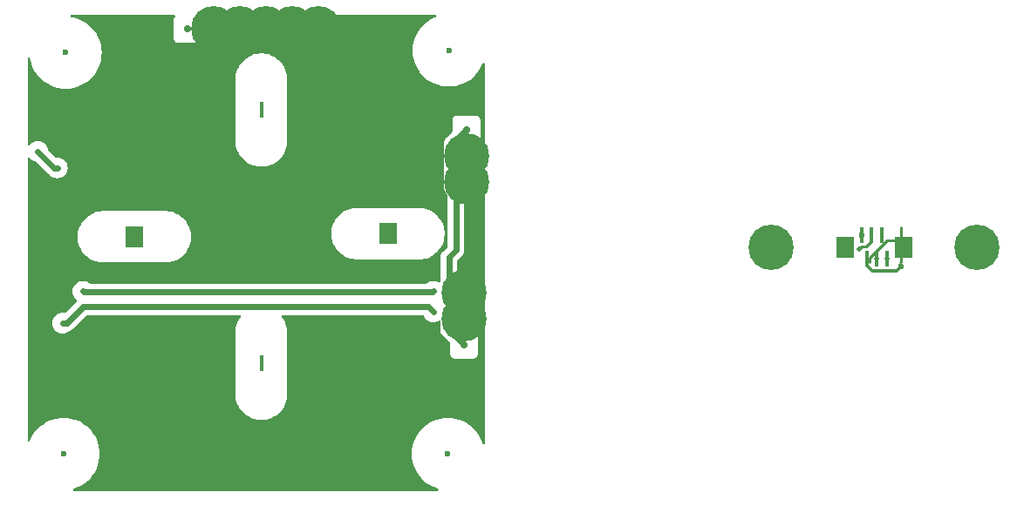
<source format=gbr>
<<<<<<< HEAD
%TF.GenerationSoftware,KiCad,Pcbnew,8.0.1*%
<<<<<<< HEAD
%TF.CreationDate,2024-03-31T21:51:29+08:00*%
=======
%TF.CreationDate,2024-05-01T16:23:50+08:00*%
>>>>>>> 3f97a153d958220e151b39468fc548032aad0f0d
=======
%TF.GenerationSoftware,KiCad,Pcbnew,8.0.2*%
%TF.CreationDate,2024-06-01T19:30:19+08:00*%
>>>>>>> eaa2527d7fae1c756caf7d441742e50d50757b73
%TF.ProjectId,encoder,656e636f-6465-4722-9e6b-696361645f70,rev?*%
%TF.SameCoordinates,Original*%
%TF.FileFunction,Copper,L2,Bot*%
%TF.FilePolarity,Positive*%
%FSLAX46Y46*%
G04 Gerber Fmt 4.6, Leading zero omitted, Abs format (unit mm)*
<<<<<<< HEAD
<<<<<<< HEAD
G04 Created by KiCad (PCBNEW 8.0.1) date 2024-03-31 21:51:29*
=======
G04 Created by KiCad (PCBNEW 8.0.1) date 2024-05-01 16:23:50*
>>>>>>> 3f97a153d958220e151b39468fc548032aad0f0d
=======
G04 Created by KiCad (PCBNEW 8.0.2) date 2024-06-01 19:30:19*
>>>>>>> eaa2527d7fae1c756caf7d441742e50d50757b73
%MOMM*%
%LPD*%
G01*
G04 APERTURE LIST*
%TA.AperFunction,ComponentPad*%
<<<<<<< HEAD
%ADD10R,1.700000X1.700000*%
%TD*%
%TA.AperFunction,ComponentPad*%
%ADD11O,1.700000X1.700000*%
%TD*%
%TA.AperFunction,ComponentPad*%
%ADD12O,4.000000X10.000000*%
%TD*%
%TA.AperFunction,ComponentPad*%
%ADD13O,10.000000X4.000000*%
%TD*%
%TA.AperFunction,ComponentPad*%
%ADD14C,3.400000*%
%TD*%
%TA.AperFunction,ConnectorPad*%
%ADD15C,6.000000*%
%TD*%
%TA.AperFunction,ViaPad*%
%ADD16C,0.500000*%
%TD*%
%TA.AperFunction,ViaPad*%
%ADD17C,1.000000*%
%TD*%
%TA.AperFunction,Conductor*%
%ADD18C,0.600000*%
%TD*%
G04 APERTURE END LIST*
D10*
%TO.P,J2,1,Pin_1*%
%TO.N,/W*%
X160700000Y-63260000D03*
D11*
%TO.P,J2,2,Pin_2*%
%TO.N,/V*%
X160700000Y-65800000D03*
%TO.P,J2,3,Pin_3*%
%TO.N,/U*%
X160700000Y-68340000D03*
%TD*%
D10*
%TO.P,J3,1,Pin_1*%
%TO.N,/MOSI*%
X133650000Y-53500000D03*
D11*
%TO.P,J3,2,Pin_2*%
%TO.N,/MISO*%
X136190000Y-53500000D03*
%TO.P,J3,3,Pin_3*%
%TO.N,/CLK*%
X138730000Y-53500000D03*
%TO.P,J3,4,Pin_4*%
%TO.N,/CS*%
X141270000Y-53500000D03*
%TO.P,J3,5,Pin_5*%
%TO.N,+3V3*%
X143810000Y-53500000D03*
%TO.P,J3,6,Pin_6*%
%TO.N,GND*%
X146350000Y-53500000D03*
%TD*%
D12*
%TO.P,H2,1*%
%TO.N,N/C*%
X140800000Y-86000000D03*
%TD*%
D13*
%TO.P,H4,1*%
%TO.N,N/C*%
X153100000Y-73400000D03*
%TD*%
D14*
%TO.P,H8,1*%
%TO.N,N/C*%
X159000000Y-55600000D03*
D15*
X159000000Y-55600000D03*
%TD*%
D12*
%TO.P,H3,1*%
%TO.N,N/C*%
X140800000Y-61375000D03*
%TD*%
D13*
%TO.P,H1,1*%
%TO.N,N/C*%
X128475000Y-73700000D03*
%TD*%
D14*
%TO.P,H5,1*%
%TO.N,N/C*%
X121800000Y-55800000D03*
D15*
X121800000Y-55800000D03*
%TD*%
D14*
%TO.P,H7,1*%
%TO.N,N/C*%
X158900000Y-94800000D03*
D15*
X158900000Y-94800000D03*
%TD*%
D10*
%TO.P,J1,1,Pin_1*%
%TO.N,/W*%
X160475000Y-84225000D03*
D11*
%TO.P,J1,2,Pin_2*%
%TO.N,/V*%
X160475000Y-81685000D03*
%TO.P,J1,3,Pin_3*%
%TO.N,/U*%
X160475000Y-79145000D03*
%TD*%
D14*
%TO.P,H6,1*%
%TO.N,N/C*%
X121600000Y-94800000D03*
D15*
X121600000Y-94800000D03*
%TD*%
D16*
%TO.N,GND*%
X136000000Y-74000000D03*
D17*
X145500000Y-70500000D03*
%TO.N,/V*%
X157500000Y-81000000D03*
X121515000Y-82090000D03*
%TO.N,/U*%
X121000000Y-67000000D03*
X123480000Y-79000000D03*
X119088390Y-65391655D03*
X157500000Y-79000000D03*
%TD*%
D18*
%TO.N,/W*%
X159000000Y-82750000D02*
X159000000Y-75700000D01*
X159700000Y-75000000D02*
X159700000Y-69249189D01*
X160475000Y-84225000D02*
X159000000Y-82750000D01*
X159300000Y-68849189D02*
X159300000Y-64660000D01*
X159700000Y-69249189D02*
X159300000Y-68849189D01*
X159300000Y-64660000D02*
X160700000Y-63260000D01*
X159000000Y-75700000D02*
X159700000Y-75000000D01*
%TO.N,/V*%
X121910000Y-82090000D02*
X121515000Y-82090000D01*
X157500000Y-81000000D02*
X157000000Y-80500000D01*
X157000000Y-80500000D02*
X123500000Y-80500000D01*
X123500000Y-80500000D02*
X121910000Y-82090000D01*
%TO.N,/U*%
X157442893Y-79057107D02*
X157500000Y-79000000D01*
X123480000Y-79000000D02*
X123537107Y-79057107D01*
X120696735Y-67000000D02*
X119088390Y-65391655D01*
X123537107Y-79057107D02*
X157442893Y-79057107D01*
X121000000Y-67000000D02*
X120696735Y-67000000D01*
%TD*%
%TA.AperFunction,Conductor*%
%TO.N,GND*%
G36*
X132405842Y-52119685D02*
G01*
X132451597Y-52172489D01*
X132461541Y-52241647D01*
X132438069Y-52298311D01*
X132356206Y-52407664D01*
X132356202Y-52407671D01*
X132305908Y-52542517D01*
X132299501Y-52602116D01*
X132299500Y-52602135D01*
X132299500Y-54397870D01*
X132299501Y-54397876D01*
X132305908Y-54457483D01*
X132356202Y-54592328D01*
X132356206Y-54592335D01*
X132442452Y-54707544D01*
X132442455Y-54707547D01*
X132557664Y-54793793D01*
X132557671Y-54793797D01*
X132692517Y-54844091D01*
X132692516Y-54844091D01*
X132699444Y-54844835D01*
X132752127Y-54850500D01*
X134547872Y-54850499D01*
X134607483Y-54844091D01*
X134742331Y-54793796D01*
X134857546Y-54707546D01*
X134943796Y-54592331D01*
X134992810Y-54460916D01*
X135034681Y-54404984D01*
X135100145Y-54380566D01*
X135168418Y-54395417D01*
X135196673Y-54416569D01*
X135318599Y-54538495D01*
X135412157Y-54604005D01*
X135512165Y-54674032D01*
X135512167Y-54674033D01*
X135512170Y-54674035D01*
X135726337Y-54773903D01*
X135954592Y-54835063D01*
X136131034Y-54850500D01*
X136189999Y-54855659D01*
X136190000Y-54855659D01*
X136190001Y-54855659D01*
X136248966Y-54850500D01*
X136425408Y-54835063D01*
X136653663Y-54773903D01*
X136867830Y-54674035D01*
X137061401Y-54538495D01*
X137228495Y-54371401D01*
X137358425Y-54185842D01*
X137413002Y-54142217D01*
X137482500Y-54135023D01*
X137544855Y-54166546D01*
X137561575Y-54185842D01*
X137691281Y-54371082D01*
X137691505Y-54371401D01*
X137858599Y-54538495D01*
X137952157Y-54604005D01*
X138052165Y-54674032D01*
X138052167Y-54674033D01*
X138052170Y-54674035D01*
X138266337Y-54773903D01*
X138494592Y-54835063D01*
X138671034Y-54850500D01*
X138729999Y-54855659D01*
X138730000Y-54855659D01*
X138730001Y-54855659D01*
X138788966Y-54850500D01*
X138965408Y-54835063D01*
X139193663Y-54773903D01*
X139407830Y-54674035D01*
X139601401Y-54538495D01*
X139768495Y-54371401D01*
X139898425Y-54185842D01*
X139953002Y-54142217D01*
X140022500Y-54135023D01*
X140084855Y-54166546D01*
X140101575Y-54185842D01*
X140231281Y-54371082D01*
X140231505Y-54371401D01*
X140398599Y-54538495D01*
X140492157Y-54604005D01*
X140592165Y-54674032D01*
X140592167Y-54674033D01*
X140592170Y-54674035D01*
X140806337Y-54773903D01*
X141034592Y-54835063D01*
X141211034Y-54850500D01*
X141269999Y-54855659D01*
X141270000Y-54855659D01*
X141270001Y-54855659D01*
X141328966Y-54850500D01*
X141505408Y-54835063D01*
X141733663Y-54773903D01*
X141947830Y-54674035D01*
X142141401Y-54538495D01*
X142308495Y-54371401D01*
X142438425Y-54185842D01*
X142493002Y-54142217D01*
X142562500Y-54135023D01*
X142624855Y-54166546D01*
X142641575Y-54185842D01*
X142771281Y-54371082D01*
X142771505Y-54371401D01*
X142938599Y-54538495D01*
X143032157Y-54604005D01*
X143132165Y-54674032D01*
X143132167Y-54674033D01*
X143132170Y-54674035D01*
X143346337Y-54773903D01*
X143574592Y-54835063D01*
X143751034Y-54850500D01*
X143809999Y-54855659D01*
X143810000Y-54855659D01*
X143810001Y-54855659D01*
X143868966Y-54850500D01*
X144045408Y-54835063D01*
X144273663Y-54773903D01*
X144487830Y-54674035D01*
X144681401Y-54538495D01*
X144848495Y-54371401D01*
X144978730Y-54185405D01*
X145033307Y-54141781D01*
X145102805Y-54134587D01*
X145165160Y-54166110D01*
X145181879Y-54185405D01*
X145311890Y-54371078D01*
X145478917Y-54538105D01*
X145672421Y-54673600D01*
X145886507Y-54773429D01*
X145886516Y-54773433D01*
X146100000Y-54830634D01*
X146100000Y-53933012D01*
X146157007Y-53965925D01*
X146284174Y-54000000D01*
X146415826Y-54000000D01*
X146542993Y-53965925D01*
X146600000Y-53933012D01*
X146600000Y-54830633D01*
X146813483Y-54773433D01*
X146813492Y-54773429D01*
X147027578Y-54673600D01*
X147221082Y-54538105D01*
X147388105Y-54371082D01*
X147523600Y-54177578D01*
X147623429Y-53963492D01*
X147623432Y-53963486D01*
X147680636Y-53750000D01*
X146783012Y-53750000D01*
X146815925Y-53692993D01*
X146850000Y-53565826D01*
X146850000Y-53434174D01*
X146815925Y-53307007D01*
X146783012Y-53250000D01*
X147680636Y-53250000D01*
X147680635Y-53249999D01*
X147623432Y-53036513D01*
X147623429Y-53036507D01*
X147523600Y-52822422D01*
X147523599Y-52822420D01*
X147388113Y-52628926D01*
X147388108Y-52628920D01*
X147221082Y-52461894D01*
X147026400Y-52325575D01*
X146982775Y-52270997D01*
X146975583Y-52201499D01*
X147007105Y-52139144D01*
X147067335Y-52103731D01*
X147097524Y-52100000D01*
X157680873Y-52100000D01*
X157747912Y-52119685D01*
X157793667Y-52172489D01*
X157803611Y-52241647D01*
X157774586Y-52305203D01*
X157725311Y-52339763D01*
X157707833Y-52346473D01*
X157574260Y-52397746D01*
X157247343Y-52564320D01*
X156939635Y-52764147D01*
X156654498Y-52995047D01*
X156654490Y-52995054D01*
X156395054Y-53254490D01*
X156395047Y-53254498D01*
X156164147Y-53539635D01*
X155964320Y-53847343D01*
X155797746Y-54174260D01*
X155666260Y-54516793D01*
X155571294Y-54871209D01*
X155571294Y-54871211D01*
X155513898Y-55233594D01*
X155494696Y-55599999D01*
X155494696Y-55600000D01*
X155513898Y-55966405D01*
X155570604Y-56324433D01*
X155571295Y-56328794D01*
X155624883Y-56528788D01*
X155666260Y-56683206D01*
X155797746Y-57025739D01*
X155964320Y-57352656D01*
X156164147Y-57660364D01*
X156181410Y-57681682D01*
X156395051Y-57945506D01*
X156654494Y-58204949D01*
X156691079Y-58234575D01*
X156939635Y-58435852D01*
X157247343Y-58635679D01*
X157247348Y-58635682D01*
X157574264Y-58802255D01*
X157916801Y-58933742D01*
X158271206Y-59028705D01*
X158633596Y-59086102D01*
X158979734Y-59104241D01*
X158999999Y-59105304D01*
X159000000Y-59105304D01*
X159000001Y-59105304D01*
X159019203Y-59104297D01*
X159366404Y-59086102D01*
X159728794Y-59028705D01*
X160083199Y-58933742D01*
X160425736Y-58802255D01*
X160752652Y-58635682D01*
X161060366Y-58435851D01*
X161345506Y-58204949D01*
X161604949Y-57945506D01*
X161835851Y-57660366D01*
X162035682Y-57352652D01*
X162202255Y-57025736D01*
X162260236Y-56874688D01*
X162302638Y-56819157D01*
X162368332Y-56795364D01*
X162436460Y-56810865D01*
X162485393Y-56860739D01*
X162500000Y-56919127D01*
X162500000Y-93768616D01*
X162480315Y-93835655D01*
X162427511Y-93881410D01*
X162358353Y-93891354D01*
X162294797Y-93862329D01*
X162257023Y-93803551D01*
X162256225Y-93800710D01*
X162233742Y-93716801D01*
X162102255Y-93374264D01*
X161935682Y-93047348D01*
X161735851Y-92739634D01*
X161504949Y-92454494D01*
X161245506Y-92195051D01*
X160960366Y-91964149D01*
X160960364Y-91964147D01*
X160652656Y-91764320D01*
X160325739Y-91597746D01*
X159983206Y-91466260D01*
X159983199Y-91466258D01*
X159628794Y-91371295D01*
X159628790Y-91371294D01*
X159628789Y-91371294D01*
X159266405Y-91313898D01*
X158900001Y-91294696D01*
X158899999Y-91294696D01*
X158533594Y-91313898D01*
X158171211Y-91371294D01*
X158171209Y-91371294D01*
X157816793Y-91466260D01*
X157474260Y-91597746D01*
X157147343Y-91764320D01*
X156839635Y-91964147D01*
X156554498Y-92195047D01*
X156554490Y-92195054D01*
X156295054Y-92454490D01*
X156295047Y-92454498D01*
X156064147Y-92739635D01*
X155864320Y-93047343D01*
X155697746Y-93374260D01*
X155566260Y-93716793D01*
X155471294Y-94071209D01*
X155471294Y-94071211D01*
X155413898Y-94433594D01*
X155394696Y-94799999D01*
X155394696Y-94800000D01*
X155413898Y-95166405D01*
X155471294Y-95528788D01*
X155471294Y-95528790D01*
X155566260Y-95883206D01*
X155697746Y-96225739D01*
X155864320Y-96552656D01*
X156064147Y-96860364D01*
X156064149Y-96860366D01*
X156295051Y-97145506D01*
X156554494Y-97404949D01*
X156554498Y-97404952D01*
X156839635Y-97635852D01*
X157147343Y-97835679D01*
X157147348Y-97835682D01*
X157474264Y-98002255D01*
X157816801Y-98133742D01*
X157900713Y-98156226D01*
X157960371Y-98192590D01*
X157990900Y-98255437D01*
X157982605Y-98324813D01*
X157938120Y-98378691D01*
X157871568Y-98399965D01*
X157868617Y-98400000D01*
X122631383Y-98400000D01*
X122564344Y-98380315D01*
X122518589Y-98327511D01*
X122508645Y-98258353D01*
X122537670Y-98194797D01*
X122596448Y-98157023D01*
X122599232Y-98156240D01*
X122683199Y-98133742D01*
X123025736Y-98002255D01*
X123352652Y-97835682D01*
X123660366Y-97635851D01*
X123945506Y-97404949D01*
X124204949Y-97145506D01*
X124435851Y-96860366D01*
X124635682Y-96552652D01*
X124802255Y-96225736D01*
X124933742Y-95883199D01*
X125028705Y-95528794D01*
X125086102Y-95166404D01*
X125105304Y-94800000D01*
X125086102Y-94433596D01*
X125028705Y-94071206D01*
X124933742Y-93716801D01*
X124802255Y-93374264D01*
X124635682Y-93047348D01*
X124435851Y-92739634D01*
X124204949Y-92454494D01*
X123945506Y-92195051D01*
X123660366Y-91964149D01*
X123660364Y-91964147D01*
X123352656Y-91764320D01*
X123025739Y-91597746D01*
X122683206Y-91466260D01*
X122683199Y-91466258D01*
X122328794Y-91371295D01*
X122328790Y-91371294D01*
X122328789Y-91371294D01*
X121966405Y-91313898D01*
X121600001Y-91294696D01*
X121599999Y-91294696D01*
X121233594Y-91313898D01*
X120871211Y-91371294D01*
X120871209Y-91371294D01*
X120516793Y-91466260D01*
X120174260Y-91597746D01*
X119847343Y-91764320D01*
X119539635Y-91964147D01*
X119254498Y-92195047D01*
X119254490Y-92195054D01*
X118995054Y-92454490D01*
X118995047Y-92454498D01*
X118764147Y-92739635D01*
X118564320Y-93047343D01*
X118397746Y-93374260D01*
X118339764Y-93525310D01*
X118297362Y-93580842D01*
X118231668Y-93604635D01*
X118163540Y-93589133D01*
X118114607Y-93539260D01*
X118100000Y-93480872D01*
X118100000Y-82090000D01*
X120509659Y-82090000D01*
X120528975Y-82286129D01*
X120586188Y-82474733D01*
X120679086Y-82648532D01*
X120679090Y-82648539D01*
X120804116Y-82800883D01*
X120956460Y-82925909D01*
X120956467Y-82925913D01*
X121130266Y-83018811D01*
X121130269Y-83018811D01*
X121130273Y-83018814D01*
X121318868Y-83076024D01*
X121515000Y-83095341D01*
X121711132Y-83076024D01*
X121899727Y-83018814D01*
X122073538Y-82925910D01*
X122150830Y-82862476D01*
X122182031Y-82843775D01*
X122289179Y-82799394D01*
X122420289Y-82711789D01*
X123795259Y-81336819D01*
X123856582Y-81303334D01*
X123882940Y-81300500D01*
X138699558Y-81300500D01*
X138766597Y-81320185D01*
X138812352Y-81372989D01*
X138822296Y-81442147D01*
X138796505Y-81501813D01*
X138757476Y-81550753D01*
X138608053Y-81788557D01*
X138486200Y-82041588D01*
X138393443Y-82306670D01*
X138393439Y-82306682D01*
X138330945Y-82580487D01*
X138330942Y-82580505D01*
X138299500Y-82859568D01*
X138299500Y-89140431D01*
X138330942Y-89419494D01*
X138330945Y-89419512D01*
X138393439Y-89693317D01*
X138393443Y-89693329D01*
X138486200Y-89958411D01*
X138608053Y-90211442D01*
X138608055Y-90211445D01*
X138757477Y-90449248D01*
X138932584Y-90668825D01*
X139131175Y-90867416D01*
X139350752Y-91042523D01*
X139588555Y-91191945D01*
X139841592Y-91313801D01*
X140040680Y-91383465D01*
X140106670Y-91406556D01*
X140106682Y-91406560D01*
X140380491Y-91469055D01*
X140380497Y-91469055D01*
X140380505Y-91469057D01*
X140566547Y-91490018D01*
X140659569Y-91500499D01*
X140659572Y-91500500D01*
X140659575Y-91500500D01*
X140940428Y-91500500D01*
X140940429Y-91500499D01*
X141083055Y-91484429D01*
X141219494Y-91469057D01*
X141219499Y-91469056D01*
X141219509Y-91469055D01*
X141493318Y-91406560D01*
X141758408Y-91313801D01*
X142011445Y-91191945D01*
X142249248Y-91042523D01*
X142468825Y-90867416D01*
X142667416Y-90668825D01*
X142842523Y-90449248D01*
X142991945Y-90211445D01*
X143113801Y-89958408D01*
X143206560Y-89693318D01*
X143269055Y-89419509D01*
X143300500Y-89140425D01*
X143300500Y-82859575D01*
X143276722Y-82648538D01*
X143269057Y-82580505D01*
X143269054Y-82580487D01*
X143206560Y-82306682D01*
X143206556Y-82306670D01*
X143151267Y-82148664D01*
X143113801Y-82041592D01*
X142991945Y-81788555D01*
X142842523Y-81550752D01*
X142803494Y-81501811D01*
X142777087Y-81437127D01*
X142789842Y-81368431D01*
X142837713Y-81317537D01*
X142900442Y-81300500D01*
X156453672Y-81300500D01*
X156520711Y-81320185D01*
X156566466Y-81372989D01*
X156568787Y-81379131D01*
X156568856Y-81379103D01*
X156571185Y-81384726D01*
X156664086Y-81558532D01*
X156664090Y-81558539D01*
X156789116Y-81710883D01*
X156941460Y-81835909D01*
X156941467Y-81835913D01*
X157115266Y-81928811D01*
X157115269Y-81928811D01*
X157115273Y-81928814D01*
X157303868Y-81986024D01*
X157500000Y-82005341D01*
X157696132Y-81986024D01*
X157884727Y-81928814D01*
X157950103Y-81893870D01*
X158017047Y-81858088D01*
X158085450Y-81843846D01*
X158150693Y-81868846D01*
X158192064Y-81925151D01*
X158199500Y-81967446D01*
X158199500Y-82828846D01*
X158230261Y-82983489D01*
X158230264Y-82983501D01*
X158290602Y-83129172D01*
X158290609Y-83129185D01*
X158378210Y-83260288D01*
X158378213Y-83260292D01*
X159088181Y-83970259D01*
X159121666Y-84031582D01*
X159124500Y-84057940D01*
X159124500Y-85122870D01*
X159124501Y-85122876D01*
X159130908Y-85182483D01*
X159181202Y-85317328D01*
X159181206Y-85317335D01*
X159267452Y-85432544D01*
X159267455Y-85432547D01*
X159382664Y-85518793D01*
X159382671Y-85518797D01*
X159517517Y-85569091D01*
X159517516Y-85569091D01*
X159524444Y-85569835D01*
X159577127Y-85575500D01*
X161372872Y-85575499D01*
X161432483Y-85569091D01*
X161567331Y-85518796D01*
X161682546Y-85432546D01*
X161768796Y-85317331D01*
X161819091Y-85182483D01*
X161825500Y-85122873D01*
X161825499Y-83327128D01*
X161819091Y-83267517D01*
X161816396Y-83260292D01*
X161768797Y-83132671D01*
X161768793Y-83132664D01*
X161682547Y-83017455D01*
X161682544Y-83017452D01*
X161567335Y-82931206D01*
X161567328Y-82931202D01*
X161435917Y-82882189D01*
X161379983Y-82840318D01*
X161355566Y-82774853D01*
X161370418Y-82706580D01*
X161391563Y-82678332D01*
X161513495Y-82556401D01*
X161649035Y-82362830D01*
X161748903Y-82148663D01*
X161810063Y-81920408D01*
X161830659Y-81685000D01*
X161810063Y-81449592D01*
X161748903Y-81221337D01*
X161649035Y-81007171D01*
X161513495Y-80813599D01*
X161513494Y-80813597D01*
X161346402Y-80646506D01*
X161346396Y-80646501D01*
X161160842Y-80516575D01*
X161117217Y-80461998D01*
X161110023Y-80392500D01*
X161141546Y-80330145D01*
X161160842Y-80313425D01*
X161208899Y-80279775D01*
X161346401Y-80183495D01*
X161513495Y-80016401D01*
X161649035Y-79822830D01*
X161748903Y-79608663D01*
X161810063Y-79380408D01*
X161830659Y-79145000D01*
X161810063Y-78909592D01*
X161748903Y-78681337D01*
X161649035Y-78467171D01*
X161631034Y-78441462D01*
X161513494Y-78273597D01*
X161346402Y-78106506D01*
X161346395Y-78106501D01*
X161152834Y-77970967D01*
X161152830Y-77970965D01*
X161149500Y-77969412D01*
X160938663Y-77871097D01*
X160938659Y-77871096D01*
X160938655Y-77871094D01*
X160710413Y-77809938D01*
X160710403Y-77809936D01*
X160475001Y-77789341D01*
X160474999Y-77789341D01*
X160239596Y-77809936D01*
X160239586Y-77809938D01*
X160011344Y-77871094D01*
X160011330Y-77871099D01*
X159976904Y-77887153D01*
X159907827Y-77897645D01*
X159844043Y-77869125D01*
X159805804Y-77810648D01*
X159800500Y-77774771D01*
X159800500Y-76082940D01*
X159820185Y-76015901D01*
X159836819Y-75995259D01*
X160321788Y-75510290D01*
X160321790Y-75510287D01*
X160409390Y-75379185D01*
X160409390Y-75379184D01*
X160409394Y-75379179D01*
X160469737Y-75233497D01*
X160500500Y-75078842D01*
X160500500Y-69813526D01*
X160520185Y-69746487D01*
X160572989Y-69700732D01*
X160635306Y-69689998D01*
X160700000Y-69695659D01*
X160935408Y-69675063D01*
X161163663Y-69613903D01*
X161377830Y-69514035D01*
X161571401Y-69378495D01*
X161738495Y-69211401D01*
X161874035Y-69017830D01*
X161973903Y-68803663D01*
X162035063Y-68575408D01*
X162055659Y-68340000D01*
X162035063Y-68104592D01*
X161973903Y-67876337D01*
X161874035Y-67662171D01*
X161845760Y-67621789D01*
X161738494Y-67468597D01*
X161571402Y-67301506D01*
X161571396Y-67301501D01*
X161385842Y-67171575D01*
X161342217Y-67116998D01*
X161335023Y-67047500D01*
X161366546Y-66985145D01*
X161385842Y-66968425D01*
X161518552Y-66875500D01*
X161571401Y-66838495D01*
X161738495Y-66671401D01*
X161874035Y-66477830D01*
X161973903Y-66263663D01*
X162035063Y-66035408D01*
X162055659Y-65800000D01*
X162035063Y-65564592D01*
X161973903Y-65336337D01*
X161874035Y-65122171D01*
X161836326Y-65068317D01*
X161738496Y-64928600D01*
X161738495Y-64928599D01*
X161616567Y-64806671D01*
X161583084Y-64745351D01*
X161588068Y-64675659D01*
X161629939Y-64619725D01*
X161660915Y-64602810D01*
X161792331Y-64553796D01*
X161907546Y-64467546D01*
X161993796Y-64352331D01*
X162044091Y-64217483D01*
X162050500Y-64157873D01*
X162050499Y-62362128D01*
X162044091Y-62302517D01*
X161993796Y-62167669D01*
X161993795Y-62167668D01*
X161993793Y-62167664D01*
X161907547Y-62052455D01*
X161907544Y-62052452D01*
X161792335Y-61966206D01*
X161792328Y-61966202D01*
X161657482Y-61915908D01*
X161657483Y-61915908D01*
X161597883Y-61909501D01*
X161597881Y-61909500D01*
X161597873Y-61909500D01*
X161597864Y-61909500D01*
X159802129Y-61909500D01*
X159802123Y-61909501D01*
X159742516Y-61915908D01*
X159607671Y-61966202D01*
X159607664Y-61966206D01*
X159492455Y-62052452D01*
X159492452Y-62052455D01*
X159406206Y-62167664D01*
X159406202Y-62167671D01*
X159355908Y-62302517D01*
X159349501Y-62362116D01*
X159349501Y-62362123D01*
X159349500Y-62362135D01*
X159349500Y-63427059D01*
X159329815Y-63494098D01*
X159313180Y-63514740D01*
X158789711Y-64038211D01*
X158733960Y-64093962D01*
X158678209Y-64149712D01*
X158590609Y-64280814D01*
X158590602Y-64280827D01*
X158530264Y-64426498D01*
X158530261Y-64426510D01*
X158499500Y-64581153D01*
X158499500Y-68928035D01*
X158530261Y-69082678D01*
X158530264Y-69082690D01*
X158590602Y-69228361D01*
X158590609Y-69228374D01*
X158678210Y-69359477D01*
X158678213Y-69359481D01*
X158863181Y-69544448D01*
X158896666Y-69605771D01*
X158899500Y-69632129D01*
X158899500Y-74617060D01*
X158879815Y-74684099D01*
X158863181Y-74704741D01*
X158489711Y-75078211D01*
X158433960Y-75133962D01*
X158378209Y-75189712D01*
X158290609Y-75320814D01*
X158290602Y-75320827D01*
X158230264Y-75466498D01*
X158230261Y-75466510D01*
X158199500Y-75621153D01*
X158199500Y-78032553D01*
X158179815Y-78099592D01*
X158127011Y-78145347D01*
X158057853Y-78155291D01*
X158017047Y-78141912D01*
X157937871Y-78099592D01*
X157884727Y-78071186D01*
X157696132Y-78013976D01*
X157696129Y-78013975D01*
X157500000Y-77994659D01*
X157303870Y-78013975D01*
X157115266Y-78071188D01*
X156941467Y-78164086D01*
X156941460Y-78164090D01*
X156863027Y-78228460D01*
X156798717Y-78255773D01*
X156784362Y-78256607D01*
X124195638Y-78256607D01*
X124128599Y-78236922D01*
X124116973Y-78228460D01*
X124038539Y-78164090D01*
X124038532Y-78164086D01*
X123864733Y-78071188D01*
X123864727Y-78071186D01*
X123676132Y-78013976D01*
X123676129Y-78013975D01*
X123480000Y-77994659D01*
X123283870Y-78013975D01*
X123095266Y-78071188D01*
X122921467Y-78164086D01*
X122921460Y-78164090D01*
X122769116Y-78289116D01*
X122644090Y-78441460D01*
X122644086Y-78441467D01*
X122551188Y-78615266D01*
X122493975Y-78803870D01*
X122474659Y-79000000D01*
X122493975Y-79196129D01*
X122493976Y-79196132D01*
X122549877Y-79380413D01*
X122551188Y-79384733D01*
X122644086Y-79558532D01*
X122644090Y-79558539D01*
X122769116Y-79710883D01*
X122876423Y-79798947D01*
X122915757Y-79856692D01*
X122917628Y-79926537D01*
X122885439Y-79982481D01*
X121800680Y-81067240D01*
X121739357Y-81100725D01*
X121700846Y-81102962D01*
X121515001Y-81084659D01*
X121515000Y-81084659D01*
X121318870Y-81103975D01*
X121130266Y-81161188D01*
X120956467Y-81254086D01*
X120956460Y-81254090D01*
X120804116Y-81379116D01*
X120679090Y-81531460D01*
X120679086Y-81531467D01*
X120586188Y-81705266D01*
X120528975Y-81893870D01*
X120509659Y-82090000D01*
X118100000Y-82090000D01*
X118100000Y-73840431D01*
X122974500Y-73840431D01*
X123005942Y-74119494D01*
X123005945Y-74119512D01*
X123068439Y-74393317D01*
X123068443Y-74393329D01*
X123161200Y-74658411D01*
X123283053Y-74911442D01*
X123283055Y-74911445D01*
X123432477Y-75149248D01*
X123607584Y-75368825D01*
X123806175Y-75567416D01*
X124025752Y-75742523D01*
X124263555Y-75891945D01*
X124516592Y-76013801D01*
X124714180Y-76082940D01*
X124781670Y-76106556D01*
X124781682Y-76106560D01*
X125055491Y-76169055D01*
X125055497Y-76169055D01*
X125055505Y-76169057D01*
X125241547Y-76190018D01*
X125334569Y-76200499D01*
X125334572Y-76200500D01*
X125334575Y-76200500D01*
X131615428Y-76200500D01*
X131615429Y-76200499D01*
X131758055Y-76184429D01*
X131894494Y-76169057D01*
X131894499Y-76169056D01*
X131894509Y-76169055D01*
X132168318Y-76106560D01*
X132433408Y-76013801D01*
X132686445Y-75891945D01*
X132924248Y-75742523D01*
X133143825Y-75567416D01*
X133342416Y-75368825D01*
X133517523Y-75149248D01*
X133666945Y-74911445D01*
X133788801Y-74658408D01*
X133881560Y-74393318D01*
X133944055Y-74119509D01*
X133975500Y-73840425D01*
X133975500Y-73559575D01*
X133973343Y-73540431D01*
X147599500Y-73540431D01*
X147630942Y-73819494D01*
X147630945Y-73819512D01*
X147693439Y-74093317D01*
X147693443Y-74093329D01*
X147786200Y-74358411D01*
X147908053Y-74611442D01*
X147908055Y-74611445D01*
X148057477Y-74849248D01*
X148232584Y-75068825D01*
X148431175Y-75267416D01*
X148650752Y-75442523D01*
X148888555Y-75591945D01*
X148888557Y-75591946D01*
X148972900Y-75632563D01*
X149141592Y-75713801D01*
X149340680Y-75783465D01*
X149406670Y-75806556D01*
X149406682Y-75806560D01*
X149680491Y-75869055D01*
X149680497Y-75869055D01*
X149680505Y-75869057D01*
X149866547Y-75890018D01*
X149959569Y-75900499D01*
X149959572Y-75900500D01*
X149959575Y-75900500D01*
X156240428Y-75900500D01*
X156240429Y-75900499D01*
X156383055Y-75884429D01*
X156519494Y-75869057D01*
X156519499Y-75869056D01*
X156519509Y-75869055D01*
X156793318Y-75806560D01*
X157058408Y-75713801D01*
X157311445Y-75591945D01*
X157549248Y-75442523D01*
X157768825Y-75267416D01*
X157967416Y-75068825D01*
X158142523Y-74849248D01*
X158291945Y-74611445D01*
X158413801Y-74358408D01*
X158506560Y-74093318D01*
X158569055Y-73819509D01*
X158600500Y-73540425D01*
X158600500Y-73259575D01*
X158569055Y-72980491D01*
X158506560Y-72706682D01*
X158413801Y-72441592D01*
X158291945Y-72188555D01*
X158142523Y-71950752D01*
X157967416Y-71731175D01*
X157768825Y-71532584D01*
X157549248Y-71357477D01*
X157311445Y-71208055D01*
X157311442Y-71208053D01*
X157058411Y-71086200D01*
X156793329Y-70993443D01*
X156793317Y-70993439D01*
X156519512Y-70930945D01*
X156519494Y-70930942D01*
X156240431Y-70899500D01*
X156240425Y-70899500D01*
X149959575Y-70899500D01*
X149959568Y-70899500D01*
X149680505Y-70930942D01*
X149680487Y-70930945D01*
X149406682Y-70993439D01*
X149406670Y-70993443D01*
X149141588Y-71086200D01*
X148888557Y-71208053D01*
X148650753Y-71357476D01*
X148431175Y-71532583D01*
X148232583Y-71731175D01*
X148057476Y-71950753D01*
X147908053Y-72188557D01*
X147786200Y-72441588D01*
X147693443Y-72706670D01*
X147693439Y-72706682D01*
X147630945Y-72980487D01*
X147630942Y-72980505D01*
X147599500Y-73259568D01*
X147599500Y-73540431D01*
X133973343Y-73540431D01*
X133944055Y-73280491D01*
X133881560Y-73006682D01*
X133788801Y-72741592D01*
X133666945Y-72488555D01*
X133517523Y-72250752D01*
X133342416Y-72031175D01*
X133143825Y-71832584D01*
X132924248Y-71657477D01*
X132686445Y-71508055D01*
X132686442Y-71508053D01*
X132433411Y-71386200D01*
X132168329Y-71293443D01*
X132168317Y-71293439D01*
X131894512Y-71230945D01*
X131894494Y-71230942D01*
X131615431Y-71199500D01*
X131615425Y-71199500D01*
X125334575Y-71199500D01*
X125334568Y-71199500D01*
X125055505Y-71230942D01*
X125055487Y-71230945D01*
X124781682Y-71293439D01*
X124781670Y-71293443D01*
X124516588Y-71386200D01*
X124263557Y-71508053D01*
X124025753Y-71657476D01*
X123806175Y-71832583D01*
X123607583Y-72031175D01*
X123432476Y-72250753D01*
X123283053Y-72488557D01*
X123161200Y-72741588D01*
X123068443Y-73006670D01*
X123068439Y-73006682D01*
X123005945Y-73280487D01*
X123005942Y-73280505D01*
X122974500Y-73559568D01*
X122974500Y-73840431D01*
X118100000Y-73840431D01*
X118100000Y-66110952D01*
X118119685Y-66043913D01*
X118172489Y-65998158D01*
X118241647Y-65988214D01*
X118305203Y-66017239D01*
X118319853Y-66032287D01*
X118377506Y-66102538D01*
X118529850Y-66227564D01*
X118529857Y-66227568D01*
X118703656Y-66320466D01*
X118703659Y-66320466D01*
X118703663Y-66320469D01*
X118892258Y-66377679D01*
X118903651Y-66378801D01*
X118968438Y-66404960D01*
X118979180Y-66414523D01*
X120070605Y-67505947D01*
X120070626Y-67505970D01*
X120186443Y-67621787D01*
X120186446Y-67621789D01*
X120236587Y-67655292D01*
X120263548Y-67679728D01*
X120289116Y-67710883D01*
X120441460Y-67835909D01*
X120441467Y-67835913D01*
X120615266Y-67928811D01*
X120615269Y-67928811D01*
X120615273Y-67928814D01*
X120803868Y-67986024D01*
X121000000Y-68005341D01*
X121196132Y-67986024D01*
X121384727Y-67928814D01*
X121558538Y-67835910D01*
X121710883Y-67710883D01*
X121835910Y-67558538D01*
X121928814Y-67384727D01*
X121986024Y-67196132D01*
X122005341Y-67000000D01*
X121986024Y-66803868D01*
X121928814Y-66615273D01*
X121928811Y-66615269D01*
X121928811Y-66615266D01*
X121835913Y-66441467D01*
X121835909Y-66441460D01*
X121710883Y-66289116D01*
X121558539Y-66164090D01*
X121558532Y-66164086D01*
X121384733Y-66071188D01*
X121384727Y-66071186D01*
X121196132Y-66013976D01*
X121196129Y-66013975D01*
X121000000Y-65994659D01*
X120999999Y-65994659D01*
X120897660Y-66004737D01*
X120829014Y-65991717D01*
X120797827Y-65969015D01*
X120111258Y-65282445D01*
X120077773Y-65221122D01*
X120075536Y-65206916D01*
X120074414Y-65195526D01*
X120074414Y-65195523D01*
X120017204Y-65006928D01*
X120017201Y-65006924D01*
X120017201Y-65006921D01*
X119924303Y-64833122D01*
X119924299Y-64833115D01*
X119799273Y-64680771D01*
X119646929Y-64555745D01*
X119646922Y-64555741D01*
X119571508Y-64515431D01*
X138299500Y-64515431D01*
X138330942Y-64794494D01*
X138330945Y-64794512D01*
X138393439Y-65068317D01*
X138393443Y-65068329D01*
X138486200Y-65333411D01*
X138608053Y-65586442D01*
X138608055Y-65586445D01*
X138757477Y-65824248D01*
X138857915Y-65950193D01*
X138925875Y-66035413D01*
X138932584Y-66043825D01*
X139131175Y-66242416D01*
X139350752Y-66417523D01*
X139588555Y-66566945D01*
X139841592Y-66688801D01*
X140040680Y-66758465D01*
X140106670Y-66781556D01*
X140106682Y-66781560D01*
X140380491Y-66844055D01*
X140380497Y-66844055D01*
X140380505Y-66844057D01*
X140566547Y-66865018D01*
X140659569Y-66875499D01*
X140659572Y-66875500D01*
X140659575Y-66875500D01*
X140940428Y-66875500D01*
X140940429Y-66875499D01*
X141083055Y-66859429D01*
X141219494Y-66844057D01*
X141219499Y-66844056D01*
X141219509Y-66844055D01*
X141493318Y-66781560D01*
X141758408Y-66688801D01*
X142011445Y-66566945D01*
X142249248Y-66417523D01*
X142468825Y-66242416D01*
X142667416Y-66043825D01*
X142842523Y-65824248D01*
X142991945Y-65586445D01*
X143113801Y-65333408D01*
X143206560Y-65068318D01*
X143269055Y-64794509D01*
X143273390Y-64756039D01*
X143295957Y-64555745D01*
X143300500Y-64515425D01*
X143300500Y-58234575D01*
X143269055Y-57955491D01*
X143206560Y-57681682D01*
X143113801Y-57416592D01*
X142991945Y-57163555D01*
X142842523Y-56925752D01*
X142667416Y-56706175D01*
X142468825Y-56507584D01*
X142249248Y-56332477D01*
X142011445Y-56183055D01*
X142011442Y-56183053D01*
X141758411Y-56061200D01*
X141493329Y-55968443D01*
X141493317Y-55968439D01*
X141219512Y-55905945D01*
X141219494Y-55905942D01*
X140940431Y-55874500D01*
X140940425Y-55874500D01*
X140659575Y-55874500D01*
X140659568Y-55874500D01*
X140380505Y-55905942D01*
X140380487Y-55905945D01*
X140106682Y-55968439D01*
X140106670Y-55968443D01*
X139841588Y-56061200D01*
X139588557Y-56183053D01*
X139350753Y-56332476D01*
X139131175Y-56507583D01*
X138932583Y-56706175D01*
X138757476Y-56925753D01*
X138608053Y-57163557D01*
X138486200Y-57416588D01*
X138393443Y-57681670D01*
X138393439Y-57681682D01*
X138330945Y-57955487D01*
X138330942Y-57955505D01*
X138299500Y-58234568D01*
X138299500Y-64515431D01*
X119571508Y-64515431D01*
X119473123Y-64462843D01*
X119473117Y-64462841D01*
X119284522Y-64405631D01*
X119284519Y-64405630D01*
X119088390Y-64386314D01*
X118892260Y-64405630D01*
X118703656Y-64462843D01*
X118529857Y-64555741D01*
X118529850Y-64555745D01*
X118377506Y-64680771D01*
X118319853Y-64751022D01*
X118262107Y-64790356D01*
X118192262Y-64792227D01*
X118132494Y-64756039D01*
X118101778Y-64693283D01*
X118100000Y-64672357D01*
X118100000Y-56391472D01*
X118119685Y-56324433D01*
X118172489Y-56278678D01*
X118241647Y-56268734D01*
X118305203Y-56297759D01*
X118342977Y-56356537D01*
X118346473Y-56372074D01*
X118371294Y-56528788D01*
X118371294Y-56528790D01*
X118466260Y-56883206D01*
X118597746Y-57225739D01*
X118764320Y-57552656D01*
X118964147Y-57860364D01*
X119041180Y-57955491D01*
X119195051Y-58145506D01*
X119454494Y-58404949D01*
X119454498Y-58404952D01*
X119739635Y-58635852D01*
X120047343Y-58835679D01*
X120047348Y-58835682D01*
X120374264Y-59002255D01*
X120716801Y-59133742D01*
X121071206Y-59228705D01*
X121433596Y-59286102D01*
X121779734Y-59304241D01*
X121799999Y-59305304D01*
X121800000Y-59305304D01*
X121800001Y-59305304D01*
X121819203Y-59304297D01*
X122166404Y-59286102D01*
X122528794Y-59228705D01*
X122883199Y-59133742D01*
X123225736Y-59002255D01*
X123552652Y-58835682D01*
X123860366Y-58635851D01*
X124145506Y-58404949D01*
X124404949Y-58145506D01*
X124635851Y-57860366D01*
X124835682Y-57552652D01*
X125002255Y-57225736D01*
X125133742Y-56883199D01*
X125228705Y-56528794D01*
X125286102Y-56166404D01*
X125305304Y-55800000D01*
X125286102Y-55433596D01*
X125228705Y-55071206D01*
X125133742Y-54716801D01*
X125002255Y-54374264D01*
X124835682Y-54047348D01*
X124804934Y-54000000D01*
X124635852Y-53739635D01*
X124404952Y-53454498D01*
X124404949Y-53454494D01*
X124145506Y-53195051D01*
X123949511Y-53036337D01*
X123860364Y-52964147D01*
X123552656Y-52764320D01*
X123225739Y-52597746D01*
X122883206Y-52466260D01*
X122866901Y-52461891D01*
X122528794Y-52371295D01*
X122528790Y-52371294D01*
X122528789Y-52371294D01*
X122372074Y-52346473D01*
X122308939Y-52316544D01*
X122272008Y-52257232D01*
X122273006Y-52187370D01*
X122311616Y-52129137D01*
X122375579Y-52101023D01*
X122391472Y-52100000D01*
X132338803Y-52100000D01*
X132405842Y-52119685D01*
G37*
%TD.AperFunction*%
=======
%ADD10C,0.700000*%
%TD*%
%TA.AperFunction,ComponentPad*%
%ADD11C,4.400000*%
%TD*%
%TA.AperFunction,SMDPad,CuDef*%
%ADD12R,0.400000X1.500000*%
%TD*%
%TA.AperFunction,SMDPad,CuDef*%
%ADD13R,1.800000X2.000000*%
%TD*%
%TA.AperFunction,ViaPad*%
%ADD14C,0.600000*%
%TD*%
%TA.AperFunction,ViaPad*%
%ADD15C,0.500000*%
%TD*%
%TA.AperFunction,Conductor*%
%ADD16C,0.300000*%
%TD*%
%TA.AperFunction,Conductor*%
%ADD17C,0.250000*%
%TD*%
G04 APERTURE END LIST*
D10*
%TO.P,H4,1*%
%TO.N,N/C*%
X210300000Y-76350000D03*
X209133274Y-75866726D03*
X211466726Y-75866726D03*
X208650000Y-74700000D03*
D11*
X210300000Y-74700000D03*
D10*
X211950000Y-74700000D03*
X209133274Y-73533274D03*
X211466726Y-73533274D03*
X210300000Y-73050000D03*
%TD*%
%TO.P,H3,1*%
%TO.N,N/C*%
X188650000Y-74700000D03*
X189133274Y-73533274D03*
X189133274Y-75866726D03*
X190300000Y-73050000D03*
D11*
X190300000Y-74700000D03*
D10*
X190300000Y-76350000D03*
X191466726Y-73533274D03*
X191466726Y-75866726D03*
X191950000Y-74700000D03*
%TD*%
D12*
%TO.P,J1,1,Pin_1*%
%TO.N,GND*%
X199050000Y-73575000D03*
%TO.P,J1,2,Pin_2*%
%TO.N,+3V3*%
X199550000Y-75825000D03*
%TO.P,J1,3,Pin_3*%
%TO.N,/CLK*%
X200050000Y-73575000D03*
%TO.P,J1,4,Pin_4*%
%TO.N,/MISO*%
X200550000Y-75825000D03*
%TO.P,J1,5,Pin_5*%
%TO.N,/MOSI*%
X201050000Y-73575000D03*
%TO.P,J1,6,Pin_6*%
%TO.N,/CSN*%
X201550000Y-75825000D03*
D13*
%TO.P,J1,7*%
%TO.N,N/C*%
X203150000Y-74700000D03*
%TO.P,J1,8*%
X197450000Y-74700000D03*
%TD*%
D14*
%TO.N,+3V3*%
X202875000Y-76605000D03*
%TO.N,GND*%
X199082948Y-73512906D03*
D15*
%TO.N,/CLK*%
X198805913Y-74894087D03*
%TO.N,/MISO*%
X200550000Y-75825000D03*
%TO.N,/CSN*%
X201550000Y-75825000D03*
%TD*%
D16*
%TO.N,+3V3*%
X202488974Y-76991026D02*
X202875000Y-76605000D01*
X200066026Y-76991026D02*
X202488974Y-76991026D01*
X199550000Y-76475000D02*
X200066026Y-76991026D01*
X199550000Y-75825000D02*
X199550000Y-76475000D01*
D17*
%TO.N,/CLK*%
<<<<<<< HEAD
X201519000Y-74065000D02*
X199844000Y-75740000D01*
X199844000Y-75740000D02*
X199844000Y-76190000D01*
X201519000Y-74065000D02*
X202300000Y-74065000D01*
%TO.N,/CSN*%
X202844000Y-76190000D02*
X202893998Y-76140002D01*
X202893998Y-76140002D02*
X202893998Y-72795000D01*
>>>>>>> 3f97a153d958220e151b39468fc548032aad0f0d
=======
X199050000Y-74650000D02*
X198805913Y-74894087D01*
X199525000Y-74650000D02*
X199050000Y-74650000D01*
X200050000Y-74125000D02*
X199525000Y-74650000D01*
X200050000Y-73575000D02*
X200050000Y-74125000D01*
>>>>>>> eaa2527d7fae1c756caf7d441742e50d50757b73
%TD*%
M02*

</source>
